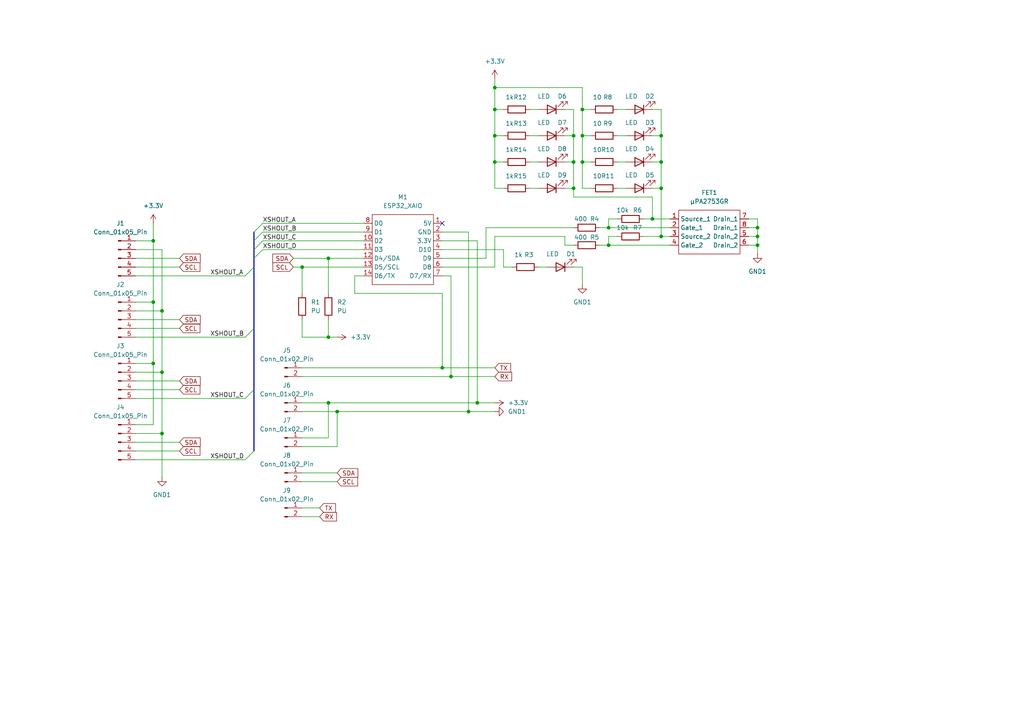
<source format=kicad_sch>
(kicad_sch (version 20231120) (generator "eeschema") (generator_version "8.0")
  (paper "A4")
  (lib_symbols
    (symbol "Connector:Conn_01x02_Pin" (pin_names (offset 1.016) hide)
      (property "Reference" "J" (at 0 2.54 0))
      (property "Value" "Conn_01x02_Pin" (at 0 -5.08 0))
      (symbol "Conn_01x02_Pin_1_1"
        (polyline (pts (xy 1.27 -2.54) (xy 0.8636 -2.54)) (stroke (width 0.1524)))
        (polyline (pts (xy 1.27 0) (xy 0.8636 0)) (stroke (width 0.1524)))
        (rectangle (start 0.8636 -2.413) (end 0 -2.667) (stroke (width 0.1524)) (fill (type outline)))
        (rectangle (start 0.8636 0.127) (end 0 -0.127) (stroke (width 0.1524)) (fill (type outline)))
        (pin passive line (at 5.08 0 180) (length 3.81) (name "Pin_1") (number "1"))
        (pin passive line (at 5.08 -2.54 180) (length 3.81) (name "Pin_2") (number "2"))
      )
    )
    (symbol "Connector:Conn_01x05_Pin" (pin_names (offset 1.016) hide)
      (property "Reference" "J" (at 0 7.62 0))
      (property "Value" "Conn_01x05_Pin" (at 0 -7.62 0))
      (symbol "Conn_01x05_Pin_1_1"
        (polyline (pts (xy 1.27 -5.08) (xy 0.8636 -5.08)) (stroke (width 0.1524)))
        (polyline (pts (xy 1.27 -2.54) (xy 0.8636 -2.54)) (stroke (width 0.1524)))
        (polyline (pts (xy 1.27 0) (xy 0.8636 0)) (stroke (width 0.1524)))
        (polyline (pts (xy 1.27 2.54) (xy 0.8636 2.54)) (stroke (width 0.1524)))
        (polyline (pts (xy 1.27 5.08) (xy 0.8636 5.08)) (stroke (width 0.1524)))
        (rectangle (start 0.8636 -4.953) (end 0 -5.207) (stroke (width 0.1524)) (fill (type outline)))
        (rectangle (start 0.8636 -2.413) (end 0 -2.667) (stroke (width 0.1524)) (fill (type outline)))
        (rectangle (start 0.8636 0.127) (end 0 -0.127) (stroke (width 0.1524)) (fill (type outline)))
        (rectangle (start 0.8636 2.667) (end 0 2.413) (stroke (width 0.1524)) (fill (type outline)))
        (rectangle (start 0.8636 5.207) (end 0 4.953) (stroke (width 0.1524)) (fill (type outline)))
        (pin passive line (at 5.08 5.08 180) (length 3.81) (name "Pin_1") (number "1"))
        (pin passive line (at 5.08 2.54 180) (length 3.81) (name "Pin_2") (number "2"))
        (pin passive line (at 5.08 0 180) (length 3.81) (name "Pin_3") (number "3"))
        (pin passive line (at 5.08 -2.54 180) (length 3.81) (name "Pin_4") (number "4"))
        (pin passive line (at 5.08 -5.08 180) (length 3.81) (name "Pin_5") (number "5"))
      )
    )
    (symbol "Device:LED" (pin_numbers hide) (pin_names (offset 1.016) hide)
      (property "Reference" "D" (at 0 2.54 0))
      (property "Value" "LED" (at 0 -2.54 0))
      (symbol "LED_0_1"
        (polyline (pts (xy -1.27 -1.27) (xy -1.27 1.27)) (stroke (width 0.254)))
        (polyline (pts (xy -1.27 0) (xy 1.27 0)))
        (polyline (pts (xy 1.27 -1.27) (xy 1.27 1.27) (xy -1.27 0) (xy 1.27 -1.27)) (stroke (width 0.254)))
        (polyline (pts (xy -3.048 -0.762) (xy -4.572 -2.286) (xy -3.81 -2.286) (xy -4.572 -2.286) (xy -4.572 -1.524)))
        (polyline (pts (xy -1.778 -0.762) (xy -3.302 -2.286) (xy -2.54 -2.286) (xy -3.302 -2.286) (xy -3.302 -1.524)))
      )
      (symbol "LED_1_1"
        (pin passive line (at -3.81 0 0) (length 2.54) (name "K") (number "1"))
        (pin passive line (at 3.81 0 180) (length 2.54) (name "A") (number "2"))
      )
    )
    (symbol "Device:R" (pin_numbers hide) (pin_names (offset 0))
      (property "Reference" "R" (at 2.032 0 90))
      (property "Value" "R" (at 0 0 90))
      (symbol "R_0_1"
        (rectangle (start -1.016 -2.54) (end 1.016 2.54) (stroke (width 0.254)))
      )
      (symbol "R_1_1"
        (pin passive line (at 0 3.81 270) (length 1.27) (name "~") (number "1"))
        (pin passive line (at 0 -3.81 90) (length 1.27) (name "~") (number "2"))
      )
    )
    (symbol "esp32_lib:xiao_esp32"
      (property "Reference" "M" (at 0 1.016 0))
      (property "Value" "ESP32_XAIO" (at -0.254 3.048 0))
      (symbol "xiao_esp32_0_1"
        (rectangle (start -8.89 0) (end 8.89 -20.32))
      )
      (symbol "xiao_esp32_1_1"
        (pin bidirectional line (at 11.43 -2.54 180) (length 2.54) (name "5V") (number "1"))
        (pin bidirectional line (at -11.43 -7.62 0) (length 2.54) (name "D2") (number "10"))
        (pin bidirectional line (at -11.43 -10.16 0) (length 2.54) (name "D3") (number "11"))
        (pin bidirectional line (at -11.43 -12.7 0) (length 2.54) (name "D4/SDA") (number "12"))
        (pin bidirectional line (at -11.43 -15.24 0) (length 2.54) (name "D5/SCL") (number "13"))
        (pin bidirectional line (at -11.43 -17.78 0) (length 2.54) (name "D6/TX") (number "14"))
        (pin bidirectional line (at 11.43 -5.08 180) (length 2.54) (name "GND") (number "2"))
        (pin bidirectional line (at 11.43 -7.62 180) (length 2.54) (name "3.3V") (number "3"))
        (pin bidirectional line (at 11.43 -10.16 180) (length 2.54) (name "D10") (number "4"))
        (pin bidirectional line (at 11.43 -12.7 180) (length 2.54) (name "D9") (number "5"))
        (pin bidirectional line (at 11.43 -15.24 180) (length 2.54) (name "D8") (number "6"))
        (pin bidirectional line (at 11.43 -17.78 180) (length 2.54) (name "D7/RX") (number "7"))
        (pin bidirectional line (at -11.43 -2.54 0) (length 2.54) (name "D0") (number "8"))
        (pin bidirectional line (at -11.43 -5.08 0) (length 2.54) (name "D1") (number "9"))
      )
    )
    (symbol "esp32_lib:μPA2753GR"
      (property "Reference" "FET" (at 0 1.27 0))
      (property "Value" "μPA2753GR" (at 0 3.048 0))
      (symbol "μPA2753GR_0_1"
        (rectangle (start -8.89 0) (end 8.89 -12.7))
      )
      (symbol "μPA2753GR_1_1"
        (pin power_in line (at -11.43 -2.54 0) (length 2.54) (name "Source_1") (number "1"))
        (pin input line (at -11.43 -5.08 0) (length 2.54) (name "Gate_1") (number "2"))
        (pin power_in line (at -11.43 -7.62 0) (length 2.54) (name "Source_2") (number "3"))
        (pin input line (at -11.43 -10.16 0) (length 2.54) (name "Gate_2") (number "4"))
        (pin power_out line (at 11.43 -7.62 180) (length 2.54) (name "Drain_2") (number "5"))
        (pin power_out line (at 11.43 -10.16 180) (length 2.54) (name "Drain_2") (number "6"))
        (pin power_out line (at 11.43 -2.54 180) (length 2.54) (name "Drain_1") (number "7"))
        (pin power_out line (at 11.43 -5.08 180) (length 2.54) (name "Drain_1") (number "8"))
      )
    )
    (symbol "power:+3.3V" (power) (pin_numbers hide) (pin_names (offset 0) hide)
      (property "Value" "+3.3V" (at 0 3.556 0))
      (symbol "+3.3V_0_1"
        (polyline (pts (xy -0.762 1.27) (xy 0 2.54)))
        (polyline (pts (xy 0 0) (xy 0 2.54)))
        (polyline (pts (xy 0 2.54) (xy 0.762 1.27)))
      )
      (symbol "+3.3V_1_1"
        (pin power_in line (at 0 0 90) (length 0) (name "~") (number "1"))
      )
    )
    (symbol "power:GND1" (power) (pin_numbers hide) (pin_names (offset 0) hide)
      (property "Value" "GND1" (at 0 -3.81 0))
      (symbol "GND1_0_1"
        (polyline (pts (xy 0 0) (xy 0 -1.27) (xy 1.27 -1.27) (xy 0 -2.54) (xy -1.27 -1.27) (xy 0 -1.27)))
      )
      (symbol "GND1_1_1"
        (pin power_in line (at 0 0 270) (length 0) (name "~") (number "1"))
      )
    )
  )
  (junction (at 44.45 87.63))
  (junction (at 219.71 68.58))
  (junction (at 191.77 54.61))
  (junction (at 44.45 105.41))
  (junction (at 168.91 46.99))
  (junction (at 191.77 46.99))
  (junction (at 46.99 107.95))
  (junction (at 143.51 25.4))
  (junction (at 191.77 68.58))
  (junction (at 130.81 109.22))
  (junction (at 143.51 46.99))
  (junction (at 135.89 119.38))
  (junction (at 95.25 116.84))
  (junction (at 176.53 66.04))
  (junction (at 143.51 31.75))
  (junction (at 166.37 39.37))
  (junction (at 46.99 90.17))
  (junction (at 143.51 39.37))
  (junction (at 97.79 119.38))
  (junction (at 219.71 71.12))
  (junction (at 189.23 63.5))
  (junction (at 95.25 74.93))
  (junction (at 128.27 106.68))
  (junction (at 87.63 77.47))
  (junction (at 166.37 54.61))
  (junction (at 168.91 39.37))
  (junction (at 95.25 97.79))
  (junction (at 168.91 31.75))
  (junction (at 44.45 69.85))
  (junction (at 138.43 116.84))
  (junction (at 219.71 66.04))
  (junction (at 46.99 125.73))
  (junction (at 191.77 39.37))
  (junction (at 166.37 46.99))
  (junction (at 176.53 71.12))
  (no_connect (at 128.27 64.77))
  (bus_entry (at 71.12 115.57) (size 2.54 -2.54))
  (bus_entry (at 73.66 74.93) (size 2.54 -2.54))
  (bus_entry (at 71.12 97.79) (size 2.54 -2.54))
  (bus_entry (at 73.66 67.31) (size 2.54 -2.54))
  (bus_entry (at 71.12 80.01) (size 2.54 -2.54))
  (bus_entry (at 73.66 69.85) (size 2.54 -2.54))
  (bus_entry (at 73.66 72.39) (size 2.54 -2.54))
  (bus_entry (at 71.12 133.35) (size 2.54 -2.54))
  (wire (pts (xy 39.37 95.25) (xy 52.07 95.25)))
  (wire (pts (xy 135.89 119.38) (xy 143.51 119.38)))
  (wire (pts (xy 156.21 77.47) (xy 158.75 77.47)))
  (wire (pts (xy 140.97 66.04) (xy 140.97 74.93)))
  (wire (pts (xy 173.99 66.04) (xy 176.53 66.04)))
  (bus (pts (xy 73.66 113.03) (xy 73.66 130.81)))
  (wire (pts (xy 166.37 46.99) (xy 166.37 54.61)))
  (wire (pts (xy 128.27 85.09) (xy 128.27 106.68)))
  (wire (pts (xy 128.27 106.68) (xy 143.51 106.68)))
  (wire (pts (xy 176.53 68.58) (xy 179.07 68.58)))
  (wire (pts (xy 39.37 77.47) (xy 52.07 77.47)))
  (wire (pts (xy 87.63 92.71) (xy 87.63 97.79)))
  (wire (pts (xy 179.07 46.99) (xy 181.61 46.99)))
  (wire (pts (xy 135.89 67.31) (xy 135.89 119.38)))
  (wire (pts (xy 176.53 63.5) (xy 179.07 63.5)))
  (wire (pts (xy 143.51 31.75) (xy 146.05 31.75)))
  (wire (pts (xy 163.83 46.99) (xy 166.37 46.99)))
  (wire (pts (xy 39.37 133.35) (xy 71.12 133.35)))
  (wire (pts (xy 130.81 80.01) (xy 130.81 109.22)))
  (wire (pts (xy 189.23 39.37) (xy 191.77 39.37)))
  (wire (pts (xy 44.45 123.19) (xy 39.37 123.19)))
  (wire (pts (xy 39.37 105.41) (xy 44.45 105.41)))
  (wire (pts (xy 163.83 31.75) (xy 166.37 31.75)))
  (wire (pts (xy 95.25 116.84) (xy 138.43 116.84)))
  (wire (pts (xy 179.07 39.37) (xy 181.61 39.37)))
  (wire (pts (xy 95.25 92.71) (xy 95.25 97.79)))
  (wire (pts (xy 168.91 46.99) (xy 171.45 46.99)))
  (wire (pts (xy 166.37 54.61) (xy 166.37 57.15)))
  (wire (pts (xy 143.51 31.75) (xy 143.51 39.37)))
  (wire (pts (xy 87.63 139.7) (xy 97.79 139.7)))
  (wire (pts (xy 130.81 80.01) (xy 128.27 80.01)))
  (wire (pts (xy 39.37 97.79) (xy 71.12 97.79)))
  (wire (pts (xy 179.07 31.75) (xy 181.61 31.75)))
  (wire (pts (xy 189.23 31.75) (xy 191.77 31.75)))
  (wire (pts (xy 166.37 57.15) (xy 189.23 57.15)))
  (wire (pts (xy 173.99 71.12) (xy 176.53 71.12)))
  (wire (pts (xy 176.53 71.12) (xy 176.53 68.58)))
  (wire (pts (xy 219.71 68.58) (xy 219.71 71.12)))
  (wire (pts (xy 219.71 63.5) (xy 219.71 66.04)))
  (wire (pts (xy 87.63 137.16) (xy 97.79 137.16)))
  (wire (pts (xy 153.67 54.61) (xy 156.21 54.61)))
  (wire (pts (xy 97.79 119.38) (xy 135.89 119.38)))
  (wire (pts (xy 87.63 109.22) (xy 130.81 109.22)))
  (wire (pts (xy 39.37 128.27) (xy 52.07 128.27)))
  (bus (pts (xy 73.66 69.85) (xy 73.66 72.39)))
  (wire (pts (xy 219.71 71.12) (xy 219.71 73.66)))
  (wire (pts (xy 168.91 25.4) (xy 168.91 31.75)))
  (wire (pts (xy 217.17 63.5) (xy 219.71 63.5)))
  (wire (pts (xy 76.2 72.39) (xy 105.41 72.39)))
  (bus (pts (xy 73.66 72.39) (xy 73.66 74.93)))
  (wire (pts (xy 186.69 63.5) (xy 189.23 63.5)))
  (wire (pts (xy 143.51 46.99) (xy 146.05 46.99)))
  (wire (pts (xy 191.77 68.58) (xy 194.31 68.58)))
  (wire (pts (xy 102.87 80.01) (xy 102.87 85.09)))
  (wire (pts (xy 143.51 54.61) (xy 146.05 54.61)))
  (wire (pts (xy 146.05 77.47) (xy 148.59 77.47)))
  (wire (pts (xy 44.45 69.85) (xy 44.45 87.63)))
  (wire (pts (xy 76.2 64.77) (xy 105.41 64.77)))
  (wire (pts (xy 138.43 69.85) (xy 138.43 116.84)))
  (wire (pts (xy 189.23 57.15) (xy 189.23 63.5)))
  (wire (pts (xy 143.51 39.37) (xy 146.05 39.37)))
  (wire (pts (xy 87.63 77.47) (xy 87.63 85.09)))
  (wire (pts (xy 153.67 39.37) (xy 156.21 39.37)))
  (wire (pts (xy 76.2 69.85) (xy 105.41 69.85)))
  (bus (pts (xy 73.66 95.25) (xy 73.66 113.03)))
  (wire (pts (xy 87.63 106.68) (xy 128.27 106.68)))
  (wire (pts (xy 95.25 74.93) (xy 95.25 85.09)))
  (wire (pts (xy 166.37 39.37) (xy 166.37 46.99)))
  (wire (pts (xy 46.99 107.95) (xy 46.99 125.73)))
  (wire (pts (xy 153.67 31.75) (xy 156.21 31.75)))
  (wire (pts (xy 39.37 69.85) (xy 44.45 69.85)))
  (wire (pts (xy 76.2 67.31) (xy 105.41 67.31)))
  (wire (pts (xy 146.05 72.39) (xy 146.05 77.47)))
  (wire (pts (xy 39.37 110.49) (xy 52.07 110.49)))
  (wire (pts (xy 105.41 80.01) (xy 102.87 80.01)))
  (wire (pts (xy 168.91 54.61) (xy 171.45 54.61)))
  (wire (pts (xy 168.91 31.75) (xy 171.45 31.75)))
  (wire (pts (xy 176.53 66.04) (xy 194.31 66.04)))
  (wire (pts (xy 179.07 54.61) (xy 181.61 54.61)))
  (wire (pts (xy 39.37 107.95) (xy 46.99 107.95)))
  (bus (pts (xy 73.66 67.31) (xy 73.66 69.85)))
  (wire (pts (xy 163.83 54.61) (xy 166.37 54.61)))
  (wire (pts (xy 39.37 90.17) (xy 46.99 90.17)))
  (wire (pts (xy 39.37 130.81) (xy 52.07 130.81)))
  (wire (pts (xy 217.17 68.58) (xy 219.71 68.58)))
  (wire (pts (xy 166.37 31.75) (xy 166.37 39.37)))
  (bus (pts (xy 73.66 74.93) (xy 73.66 77.47)))
  (wire (pts (xy 153.67 46.99) (xy 156.21 46.99)))
  (wire (pts (xy 95.25 97.79) (xy 97.79 97.79)))
  (wire (pts (xy 128.27 72.39) (xy 146.05 72.39)))
  (wire (pts (xy 39.37 74.93) (xy 52.07 74.93)))
  (wire (pts (xy 189.23 54.61) (xy 191.77 54.61)))
  (wire (pts (xy 143.51 68.58) (xy 163.83 68.58)))
  (wire (pts (xy 87.63 149.86) (xy 92.71 149.86)))
  (wire (pts (xy 85.09 74.93) (xy 95.25 74.93)))
  (wire (pts (xy 87.63 127) (xy 95.25 127)))
  (wire (pts (xy 143.51 39.37) (xy 143.51 46.99)))
  (wire (pts (xy 138.43 116.84) (xy 143.51 116.84)))
  (wire (pts (xy 168.91 39.37) (xy 168.91 46.99)))
  (wire (pts (xy 46.99 90.17) (xy 46.99 107.95)))
  (wire (pts (xy 217.17 71.12) (xy 219.71 71.12)))
  (wire (pts (xy 44.45 87.63) (xy 44.45 105.41)))
  (wire (pts (xy 128.27 69.85) (xy 138.43 69.85)))
  (wire (pts (xy 44.45 64.77) (xy 44.45 69.85)))
  (wire (pts (xy 191.77 31.75) (xy 191.77 39.37)))
  (wire (pts (xy 39.37 87.63) (xy 44.45 87.63)))
  (wire (pts (xy 39.37 80.01) (xy 71.12 80.01)))
  (bus (pts (xy 73.66 77.47) (xy 73.66 95.25)))
  (wire (pts (xy 163.83 68.58) (xy 163.83 71.12)))
  (wire (pts (xy 44.45 105.41) (xy 44.45 123.19)))
  (wire (pts (xy 189.23 46.99) (xy 191.77 46.99)))
  (wire (pts (xy 191.77 39.37) (xy 191.77 46.99)))
  (wire (pts (xy 87.63 147.32) (xy 92.71 147.32)))
  (wire (pts (xy 46.99 125.73) (xy 39.37 125.73)))
  (wire (pts (xy 95.25 74.93) (xy 105.41 74.93)))
  (wire (pts (xy 39.37 115.57) (xy 71.12 115.57)))
  (wire (pts (xy 168.91 39.37) (xy 171.45 39.37)))
  (wire (pts (xy 163.83 39.37) (xy 166.37 39.37)))
  (wire (pts (xy 168.91 31.75) (xy 168.91 39.37)))
  (wire (pts (xy 97.79 129.54) (xy 97.79 119.38)))
  (wire (pts (xy 143.51 25.4) (xy 143.51 31.75)))
  (wire (pts (xy 166.37 77.47) (xy 168.91 77.47)))
  (wire (pts (xy 176.53 71.12) (xy 194.31 71.12)))
  (wire (pts (xy 39.37 113.03) (xy 52.07 113.03)))
  (wire (pts (xy 128.27 74.93) (xy 140.97 74.93)))
  (wire (pts (xy 87.63 97.79) (xy 95.25 97.79)))
  (wire (pts (xy 95.25 127) (xy 95.25 116.84)))
  (wire (pts (xy 128.27 67.31) (xy 135.89 67.31)))
  (wire (pts (xy 143.51 46.99) (xy 143.51 54.61)))
  (wire (pts (xy 39.37 92.71) (xy 52.07 92.71)))
  (wire (pts (xy 168.91 77.47) (xy 168.91 82.55)))
  (wire (pts (xy 219.71 66.04) (xy 219.71 68.58)))
  (wire (pts (xy 46.99 72.39) (xy 46.99 90.17)))
  (wire (pts (xy 102.87 85.09) (xy 128.27 85.09)))
  (wire (pts (xy 163.83 71.12) (xy 166.37 71.12)))
  (wire (pts (xy 85.09 77.47) (xy 87.63 77.47)))
  (wire (pts (xy 189.23 63.5) (xy 194.31 63.5)))
  (wire (pts (xy 87.63 77.47) (xy 105.41 77.47)))
  (wire (pts (xy 140.97 66.04) (xy 166.37 66.04)))
  (wire (pts (xy 217.17 66.04) (xy 219.71 66.04)))
  (wire (pts (xy 143.51 22.86) (xy 143.51 25.4)))
  (wire (pts (xy 87.63 129.54) (xy 97.79 129.54)))
  (wire (pts (xy 87.63 116.84) (xy 95.25 116.84)))
  (wire (pts (xy 128.27 77.47) (xy 143.51 77.47)))
  (wire (pts (xy 46.99 125.73) (xy 46.99 138.43)))
  (wire (pts (xy 143.51 25.4) (xy 168.91 25.4)))
  (wire (pts (xy 168.91 46.99) (xy 168.91 54.61)))
  (wire (pts (xy 39.37 72.39) (xy 46.99 72.39)))
  (wire (pts (xy 191.77 54.61) (xy 191.77 68.58)))
  (wire (pts (xy 87.63 119.38) (xy 97.79 119.38)))
  (wire (pts (xy 191.77 46.99) (xy 191.77 54.61)))
  (wire (pts (xy 186.69 68.58) (xy 191.77 68.58)))
  (wire (pts (xy 143.51 68.58) (xy 143.51 77.47)))
  (wire (pts (xy 176.53 66.04) (xy 176.53 63.5)))
  (wire (pts (xy 130.81 109.22) (xy 143.51 109.22)))
  (label "XSHOUT_D" (at 60.96 133.35 0))
  (label "XSHOUT_B" (at 76.2 67.31 0))
  (label "XSHOUT_A" (at 60.96 80.01 0))
  (label "XSHOUT_C" (at 60.96 115.57 0))
  (label "XSHOUT_D" (at 76.2 72.39 0))
  (label "XSHOUT_C" (at 76.2 69.85 0))
  (label "XSHOUT_A" (at 76.2 64.77 0))
  (label "XSHOUT_B" (at 60.96 97.79 0))
  (global_label "RX" (shape input) (at 92.71 149.86 0) (property "Intersheetrefs" "${INTERSHEET_REFS}" (effects (hide yes))))
  (global_label "SDA" (shape input) (at 52.07 110.49 0) (property "Intersheetrefs" "${INTERSHEET_REFS}" (effects (hide yes))))
  (global_label "TX" (shape input) (at 143.51 106.68 0) (property "Intersheetrefs" "${INTERSHEET_REFS}" (effects (hide yes))))
  (global_label "SDA" (shape input) (at 52.07 128.27 0) (property "Intersheetrefs" "${INTERSHEET_REFS}" (effects (hide yes))))
  (global_label "TX" (shape input) (at 92.71 147.32 0) (property "Intersheetrefs" "${INTERSHEET_REFS}" (effects (hide yes))))
  (global_label "SCL" (shape input) (at 85.09 77.47 180) (property "Intersheetrefs" "${INTERSHEET_REFS}" (effects (hide yes))))
  (global_label "SCL" (shape input) (at 52.07 95.25 0) (property "Intersheetrefs" "${INTERSHEET_REFS}" (effects (hide yes))))
  (global_label "SCL" (shape input) (at 52.07 130.81 0) (property "Intersheetrefs" "${INTERSHEET_REFS}" (effects (hide yes))))
  (global_label "SDA" (shape input) (at 52.07 74.93 0) (property "Intersheetrefs" "${INTERSHEET_REFS}" (effects (hide yes))))
  (global_label "SDA" (shape input) (at 52.07 92.71 0) (property "Intersheetrefs" "${INTERSHEET_REFS}" (effects (hide yes))))
  (global_label "SCL" (shape input) (at 97.79 139.7 0) (property "Intersheetrefs" "${INTERSHEET_REFS}" (effects (hide yes))))
  (global_label "SDA" (shape input) (at 85.09 74.93 180) (property "Intersheetrefs" "${INTERSHEET_REFS}" (effects (hide yes))))
  (global_label "SCL" (shape input) (at 52.07 113.03 0) (property "Intersheetrefs" "${INTERSHEET_REFS}" (effects (hide yes))))
  (global_label "RX" (shape input) (at 143.51 109.22 0) (property "Intersheetrefs" "${INTERSHEET_REFS}" (effects (hide yes))))
  (global_label "SDA" (shape input) (at 97.79 137.16 0) (property "Intersheetrefs" "${INTERSHEET_REFS}" (effects (hide yes))))
  (global_label "SCL" (shape input) (at 52.07 77.47 0) (property "Intersheetrefs" "${INTERSHEET_REFS}" (effects (hide yes))))
  (symbol (lib_id "Connector:Conn_01x02_Pin") (at 82.55 137.16 0) (unit 1)
    (property "Reference" "J8" (at 83.185 132.08 0))
    (property "Value" "Conn_01x02_Pin" (at 83.185 134.62 0))
    (property "Footprint" "esp32_lib_pcb:2.54mm_pin" (effects (hide yes)))
    (property "Description" "Generic connector, single row, 01x02, script generated" (effects (hide yes)))
  )
  (symbol (lib_id "Device:LED") (at 185.42 46.99 180) (unit 1)
    (property "Reference" "D4" (at 188.468 43.18 0))
    (property "Value" "LED" (at 183.134 43.18 0))
    (property "Footprint" "esp32_lib_pcb:LEDM3528X190N" (effects (hide yes)))
    (property "Description" "Light emitting diode" (effects (hide yes)))
  )
  (symbol (lib_id "Connector:Conn_01x05_Pin") (at 34.29 74.93 0) (unit 1)
    (property "Reference" "J1" (at 34.925 64.77 0))
    (property "Value" "Conn_01x05_Pin" (at 34.925 67.31 0))
    (property "Footprint" "Connector_JST:JST_PH_S5B-PH-K_1x05_P2.00mm_Horizontal" (effects (hide yes)))
    (property "Description" "Generic connector, single row, 01x05, script generated" (effects (hide yes)))
  )
  (symbol (lib_id "Device:R") (at 175.26 31.75 90) (unit 1)
    (property "Reference" "R8" (at 176.276 28.194 90))
    (property "Value" "10" (at 173.228 28.194 90))
    (property "Footprint" "Resistor_SMD:R_0603_1608Metric" (effects (hide yes)))
    (property "Description" "Resistor" (effects (hide yes)))
  )
  (symbol (lib_id "Device:R") (at 175.26 39.37 90) (unit 1)
    (property "Reference" "R9" (at 176.276 35.814 90))
    (property "Value" "10" (at 173.228 35.814 90))
    (property "Footprint" "Resistor_SMD:R_0603_1608Metric" (effects (hide yes)))
    (property "Description" "Resistor" (effects (hide yes)))
  )
  (symbol (lib_id "Device:LED") (at 160.02 46.99 180) (unit 1)
    (property "Reference" "D8" (at 163.068 43.18 0))
    (property "Value" "LED" (at 157.734 43.18 0))
    (property "Footprint" "Diode_SMD:D_0603_1608Metric_Pad1.05x0.95mm_HandSolder" (effects (hide yes)))
    (property "Description" "Light emitting diode" (effects (hide yes)))
  )
  (symbol (lib_id "Connector:Conn_01x05_Pin") (at 34.29 128.27 0) (unit 1)
    (property "Reference" "J4" (at 34.925 118.11 0))
    (property "Value" "Conn_01x05_Pin" (at 34.925 120.65 0))
    (property "Footprint" "Connector_JST:JST_PH_S5B-PH-K_1x05_P2.00mm_Horizontal" (effects (hide yes)))
    (property "Description" "Generic connector, single row, 01x05, script generated" (effects (hide yes)))
  )
  (symbol (lib_id "Connector:Conn_01x02_Pin") (at 82.55 106.68 0) (unit 1)
    (property "Reference" "J5" (at 83.185 101.6 0))
    (property "Value" "Conn_01x02_Pin" (at 83.185 104.14 0))
    (property "Footprint" "Connector_JST:JST_PH_S2B-PH-K_1x02_P2.00mm_Horizontal" (effects (hide yes)))
    (property "Description" "Generic connector, single row, 01x02, script generated" (effects (hide yes)))
  )
  (symbol (lib_id "Device:R") (at 149.86 46.99 90) (unit 1)
    (property "Reference" "R14" (at 150.876 43.434 90))
    (property "Value" "1k" (at 147.828 43.434 90))
    (property "Footprint" "Resistor_SMD:R_0603_1608Metric" (effects (hide yes)))
    (property "Description" "Resistor" (effects (hide yes)))
  )
  (symbol (lib_id "power:GND1") (at 143.51 119.38 90) (unit 1)
    (property "Reference" "#PWR05" (effects (hide yes)))
    (property "Value" "GND1" (at 147.32 119.3799 90) (effects (justify right)))
    (property "Description" "Power symbol creates a global label with name \"GND1\" , ground" (effects (hide yes)))
  )
  (symbol (lib_id "power:+3.3V") (at 143.51 116.84 270) (unit 1)
    (property "Reference" "#PWR04" (effects (hide yes)))
    (property "Value" "+3.3V" (at 147.32 116.8399 90) (effects (justify left)))
    (property "Description" "Power symbol creates a global label with name \"+3.3V\"" (effects (hide yes)))
  )
  (symbol (lib_id "Connector:Conn_01x02_Pin") (at 82.55 147.32 0) (unit 1)
    (property "Reference" "J9" (at 83.185 142.24 0))
    (property "Value" "Conn_01x02_Pin" (at 83.185 144.78 0))
    (property "Footprint" "esp32_lib_pcb:2.54mm_pin" (effects (hide yes)))
    (property "Description" "Generic connector, single row, 01x02, script generated" (effects (hide yes)))
  )
  (symbol (lib_id "Device:LED") (at 162.56 77.47 180) (unit 1)
    (property "Reference" "D1" (at 165.608 73.66 0))
    (property "Value" "LED" (at 160.274 73.66 0))
    (property "Footprint" "Diode_SMD:D_0603_1608Metric_Pad1.05x0.95mm_HandSolder" (effects (hide yes)))
    (property "Description" "Light emitting diode" (effects (hide yes)))
  )
  (symbol (lib_id "Device:R") (at 170.18 71.12 90) (unit 1)
    (property "Reference" "R5" (at 172.466 68.834 90))
    (property "Value" "400" (at 168.402 68.834 90))
    (property "Footprint" "Resistor_SMD:R_0603_1608Metric" (effects (hide yes)))
    (property "Description" "Resistor" (effects (hide yes)))
  )
  (symbol (lib_id "Device:LED") (at 160.02 54.61 180) (unit 1)
    (property "Reference" "D9" (at 163.068 50.8 0))
    (property "Value" "LED" (at 157.734 50.8 0))
    (property "Footprint" "Diode_SMD:D_0603_1608Metric_Pad1.05x0.95mm_HandSolder" (effects (hide yes)))
    (property "Description" "Light emitting diode" (effects (hide yes)))
  )
  (symbol (lib_id "Device:LED") (at 160.02 39.37 180) (unit 1)
    (property "Reference" "D7" (at 163.068 35.56 0))
    (property "Value" "LED" (at 157.734 35.56 0))
    (property "Footprint" "Diode_SMD:D_0603_1608Metric_Pad1.05x0.95mm_HandSolder" (effects (hide yes)))
    (property "Description" "Light emitting diode" (effects (hide yes)))
  )
  (symbol (lib_id "power:GND1") (at 46.99 138.43 0) (unit 1)
    (property "Reference" "#PWR02" (effects (hide yes)))
    (property "Value" "GND1" (at 46.99 143.51 0))
    (property "Description" "Power symbol creates a global label with name \"GND1\" , ground" (effects (hide yes)))
  )
  (symbol (lib_id "power:+3.3V") (at 44.45 64.77 0) (unit 1)
    (property "Reference" "#PWR01" (effects (hide yes)))
    (property "Value" "+3.3V" (at 44.45 59.69 0))
    (property "Description" "Power symbol creates a global label with name \"+3.3V\"" (effects (hide yes)))
  )
  (symbol (lib_id "Device:R") (at 149.86 54.61 90) (unit 1)
    (property "Reference" "R15" (at 150.876 51.054 90))
    (property "Value" "1k" (at 147.828 51.054 90))
    (property "Footprint" "Resistor_SMD:R_0603_1608Metric" (effects (hide yes)))
    (property "Description" "Resistor" (effects (hide yes)))
  )
  (symbol (lib_id "Device:LED") (at 185.42 31.75 180) (unit 1)
    (property "Reference" "D2" (at 188.468 27.94 0))
    (property "Value" "LED" (at 183.134 27.94 0))
    (property "Footprint" "esp32_lib_pcb:LEDM3528X190N" (effects (hide yes)))
    (property "Description" "Light emitting diode" (effects (hide yes)))
  )
  (symbol (lib_id "Device:R") (at 170.18 66.04 90) (unit 1)
    (property "Reference" "R4" (at 172.466 63.5 90))
    (property "Value" "400" (at 168.402 63.5 90))
    (property "Footprint" "Resistor_SMD:R_0603_1608Metric" (effects (hide yes)))
    (property "Description" "Resistor" (effects (hide yes)))
  )
  (symbol (lib_id "Device:R") (at 149.86 31.75 90) (unit 1)
    (property "Reference" "R12" (at 150.876 28.194 90))
    (property "Value" "1k" (at 147.828 28.194 90))
    (property "Footprint" "Resistor_SMD:R_0603_1608Metric" (effects (hide yes)))
    (property "Description" "Resistor" (effects (hide yes)))
  )
  (symbol (lib_id "Connector:Conn_01x02_Pin") (at 82.55 116.84 0) (unit 1)
    (property "Reference" "J6" (at 83.185 111.76 0))
    (property "Value" "Conn_01x02_Pin" (at 83.185 114.3 0))
    (property "Footprint" "Connector_JST:JST_PH_S2B-PH-K_1x02_P2.00mm_Horizontal" (effects (hide yes)))
    (property "Description" "Generic connector, single row, 01x02, script generated" (effects (hide yes)))
  )
  (symbol (lib_id "Connector:Conn_01x02_Pin") (at 82.55 127 0) (unit 1)
    (property "Reference" "J7" (at 83.185 121.92 0))
    (property "Value" "Conn_01x02_Pin" (at 83.185 124.46 0))
    (property "Footprint" "esp32_lib_pcb:2.54mm_pin" (effects (hide yes)))
    (property "Description" "Generic connector, single row, 01x02, script generated" (effects (hide yes)))
  )
  (symbol (lib_id "Device:LED") (at 185.42 54.61 180) (unit 1)
    (property "Reference" "D5" (at 188.468 50.8 0))
    (property "Value" "LED" (at 183.134 50.8 0))
    (property "Footprint" "esp32_lib_pcb:LEDM3528X190N" (effects (hide yes)))
    (property "Description" "Light emitting diode" (effects (hide yes)))
  )
  (symbol (lib_id "Device:R") (at 152.4 77.47 90) (unit 1)
    (property "Reference" "R3" (at 153.416 73.914 90))
    (property "Value" "1k" (at 150.368 73.914 90))
    (property "Footprint" "Resistor_SMD:R_0603_1608Metric" (effects (hide yes)))
    (property "Description" "Resistor" (effects (hide yes)))
  )
  (symbol (lib_id "Device:R") (at 182.88 68.58 90) (unit 1)
    (property "Reference" "R7" (at 184.912 66.04 90))
    (property "Value" "10k" (at 180.594 66.04 90))
    (property "Footprint" "Resistor_SMD:R_0603_1608Metric" (effects (hide yes)))
    (property "Description" "Resistor" (effects (hide yes)))
  )
  (symbol (lib_id "Connector:Conn_01x05_Pin") (at 34.29 92.71 0) (unit 1)
    (property "Reference" "J2" (at 34.925 82.55 0))
    (property "Value" "Conn_01x05_Pin" (at 34.925 85.09 0))
    (property "Footprint" "Connector_JST:JST_PH_S5B-PH-K_1x05_P2.00mm_Horizontal" (effects (hide yes)))
    (property "Description" "Generic connector, single row, 01x05, script generated" (effects (hide yes)))
  )
  (symbol (lib_id "Device:R") (at 175.26 54.61 90) (unit 1)
    (property "Reference" "R11" (at 176.276 51.054 90))
    (property "Value" "10" (at 173.228 51.054 90))
    (property "Footprint" "Resistor_SMD:R_0603_1608Metric" (effects (hide yes)))
    (property "Description" "Resistor" (effects (hide yes)))
  )
  (symbol (lib_id "Device:R") (at 182.88 63.5 90) (unit 1)
    (property "Reference" "R6" (at 184.912 60.96 90))
    (property "Value" "10k" (at 180.594 60.96 90))
    (property "Footprint" "Resistor_SMD:R_0603_1608Metric" (effects (hide yes)))
    (property "Description" "Resistor" (effects (hide yes)))
  )
  (symbol (lib_id "esp32_lib:μPA2753GR") (at 205.74 60.96 0) (unit 1)
    (property "Reference" "FET1" (at 205.74 55.88 0))
    (property "Value" "μPA2753GR" (at 205.74 58.42 0))
    (property "Footprint" "Package_SO:HSOP-8-1EP_3.9x4.9mm_P1.27mm_EP2.3x2.3mm" (effects (hide yes)))
  )
  (symbol (lib_id "Connector:Conn_01x05_Pin") (at 34.29 110.49 0) (unit 1)
    (property "Reference" "J3" (at 34.925 100.33 0))
    (property "Value" "Conn_01x05_Pin" (at 34.925 102.87 0))
    (property "Footprint" "Connector_JST:JST_PH_S5B-PH-K_1x05_P2.00mm_Horizontal" (effects (hide yes)))
    (property "Description" "Generic connector, single row, 01x05, script generated" (effects (hide yes)))
  )
  (symbol (lib_id "power:+3.3V") (at 97.79 97.79 270) (unit 1)
    (property "Reference" "#PWR03" (effects (hide yes)))
    (property "Value" "+3.3V" (at 101.6 97.7899 90) (effects (justify left)))
    (property "Description" "Power symbol creates a global label with name \"+3.3V\"" (effects (hide yes)))
  )
  (symbol (lib_id "Device:LED") (at 185.42 39.37 180) (unit 1)
    (property "Reference" "D3" (at 188.468 35.56 0))
    (property "Value" "LED" (at 183.134 35.56 0))
    (property "Footprint" "esp32_lib_pcb:LEDM3528X190N" (effects (hide yes)))
    (property "Description" "Light emitting diode" (effects (hide yes)))
  )
  (symbol (lib_id "power:+3.3V") (at 143.51 22.86 0) (unit 1)
    (property "Reference" "#PWR07" (effects (hide yes)))
    (property "Value" "+3.3V" (at 143.51 17.78 0))
    (property "Description" "Power symbol creates a global label with name \"+3.3V\"" (effects (hide yes)))
  )
  (symbol (lib_id "Device:R") (at 175.26 46.99 90) (unit 1)
    (property "Reference" "R10" (at 176.276 43.434 90))
    (property "Value" "10" (at 173.228 43.434 90))
    (property "Footprint" "Resistor_SMD:R_0603_1608Metric" (effects (hide yes)))
    (property "Description" "Resistor" (effects (hide yes)))
  )
  (symbol (lib_id "Device:R") (at 87.63 88.9 0) (unit 1)
    (property "Reference" "R1" (at 90.17 87.6299 0) (effects (justify left)))
    (property "Value" "PU" (at 90.17 90.1699 0) (effects (justify left)))
    (property "Footprint" "Resistor_SMD:R_0603_1608Metric" (effects (hide yes)))
    (property "Description" "Resistor" (effects (hide yes)))
  )
  (symbol (lib_id "esp32_lib:xiao_esp32") (at 116.84 62.23 0) (unit 1)
    (property "Reference" "M1" (at 116.84 57.15 0))
    (property "Value" "ESP32_XAIO" (at 116.84 59.69 0))
    (property "Footprint" "esp32_lib_pcb:ESP32_XIAO" (effects (hide yes)))
  )
  (symbol (lib_id "power:GND1") (at 168.91 82.55 0) (unit 1)
    (property "Reference" "#PWR06" (effects (hide yes)))
    (property "Value" "GND1" (at 168.91 87.63 0))
    (property "Description" "Power symbol creates a global label with name \"GND1\" , ground" (effects (hide yes)))
  )
  (symbol (lib_id "power:GND1") (at 219.71 73.66 0) (unit 1)
    (property "Reference" "#PWR09" (effects (hide yes)))
    (property "Value" "GND1" (at 219.71 78.74 0))
    (property "Description" "Power symbol creates a global label with name \"GND1\" , ground" (effects (hide yes)))
  )
  (symbol (lib_id "Device:LED") (at 160.02 31.75 180) (unit 1)
    (property "Reference" "D6" (at 163.068 27.94 0))
    (property "Value" "LED" (at 157.734 27.94 0))
    (property "Footprint" "Diode_SMD:D_0603_1608Metric_Pad1.05x0.95mm_HandSolder" (effects (hide yes)))
    (property "Description" "Light emitting diode" (effects (hide yes)))
  )
  (symbol (lib_id "Device:R") (at 95.25 88.9 0) (unit 1)
    (property "Reference" "R2" (at 97.79 87.6299 0) (effects (justify left)))
    (property "Value" "PU" (at 97.79 90.1699 0) (effects (justify left)))
    (property "Footprint" "Resistor_SMD:R_0603_1608Metric" (effects (hide yes)))
    (property "Description" "Resistor" (effects (hide yes)))
  )
  (symbol (lib_id "Device:R") (at 149.86 39.37 90) (unit 1)
    (property "Reference" "R13" (at 150.876 35.814 90))
    (property "Value" "1k" (at 147.828 35.814 90))
    (property "Footprint" "Resistor_SMD:R_0603_1608Metric" (effects (hide yes)))
    (property "Description" "Resistor" (effects (hide yes)))
  )
)
</source>
